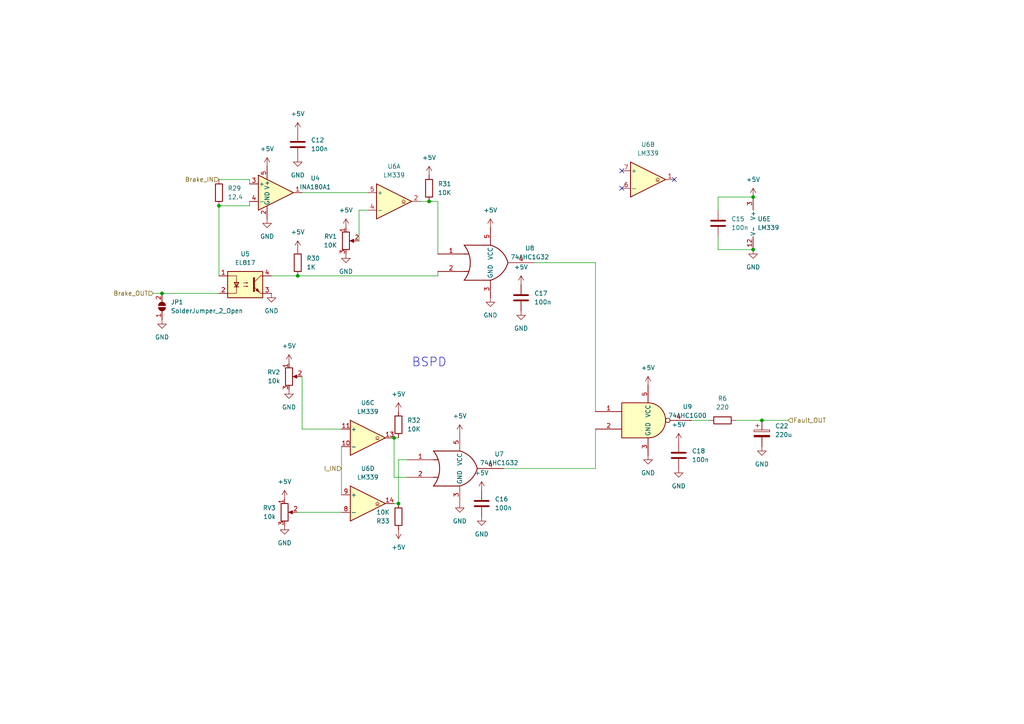
<source format=kicad_sch>
(kicad_sch (version 20231120) (generator "eeschema") (generator_version "8.0")
  (paper "A4")
  (lib_symbols
    (symbol "74xGxx:74AHC1G00"
      (property "Reference" "U" (at -2.54 3.81 0))
      (property "Value" "74AHC1G00" (at 0 -3.81 0))
      (symbol "74AHC1G00_0_1"
        (arc (start 0 -5.08) (mid 5.0579 0) (end 0 5.08) (stroke (width 0.254)) (fill (type background)))
        (polyline (pts (xy 0 -5.08) (xy -7.62 -5.08) (xy -7.62 5.08) (xy 0 5.08)) (stroke (width 0.254)) (fill (type background)))
      )
      (symbol "74AHC1G00_1_1"
        (pin input line (at -15.24 2.54 0) (length 7.62) (name "~") (number "1"))
        (pin input line (at -15.24 -2.54 0) (length 7.62) (name "~") (number "2"))
        (pin power_in line (at 0 -10.16 90) (length 5.08) (name "GND") (number "3"))
        (pin output inverted (at 12.7 0 180) (length 7.62) (name "~") (number "4"))
        (pin power_in line (at 0 10.16 270) (length 5.08) (name "VCC") (number "5"))
      )
    )
    (symbol "74xGxx:74AHC1G32"
      (property "Reference" "U" (at -2.54 3.81 0))
      (property "Value" "74AHC1G32" (at 0 -3.81 0))
      (symbol "74AHC1G32_0_1"
        (arc (start -7.62 -5.08) (mid -5.838 0) (end -7.62 5.08) (stroke (width 0.254)))
        (arc (start 0 -5.08) (mid 3.1986 -3.2054) (end 5.08 0) (stroke (width 0.254)))
        (polyline (pts (xy -7.62 -2.54) (xy -6.35 -2.54)) (stroke (width 0.254)) (fill (type background)))
        (polyline (pts (xy -7.62 2.54) (xy -6.35 2.54)) (stroke (width 0.254)) (fill (type background)))
        (polyline (pts (xy 0 -5.08) (xy -7.62 -5.08)) (stroke (width 0.254)) (fill (type background)))
        (polyline (pts (xy 0 5.08) (xy -7.62 5.08)) (stroke (width 0.254)) (fill (type background)))
        (arc (start 5.08 0) (mid 3.2238 3.2304) (end 0 5.08) (stroke (width 0.254)))
      )
      (symbol "74AHC1G32_1_1"
        (pin input line (at -15.24 2.54 0) (length 7.62) (name "~") (number "1"))
        (pin input line (at -15.24 -2.54 0) (length 7.62) (name "~") (number "2"))
        (pin power_in line (at 0 -10.16 90) (length 5.08) (name "GND") (number "3"))
        (pin output line (at 12.7 0 180) (length 7.62) (name "~") (number "4"))
        (pin power_in line (at 0 10.16 270) (length 5.08) (name "VCC") (number "5"))
      )
    )
    (symbol "Amplifier_Current:INA180A1" (pin_names (offset 0.127))
      (property "Reference" "U" (at 3.81 3.81 0))
      (property "Value" "INA180A1" (at 3.81 -2.54 0))
      (symbol "INA180A1_0_1"
        (polyline (pts (xy 5.08 0) (xy -5.08 5.08) (xy -5.08 -5.08) (xy 5.08 0)) (stroke (width 0.254)) (fill (type background)))
      )
      (symbol "INA180A1_1_1"
        (pin output line (at 7.62 0 180) (length 2.54) (name "~") (number "1"))
        (pin power_in line (at -2.54 -7.62 90) (length 3.81) (name "GND") (number "2"))
        (pin input line (at -7.62 2.54 0) (length 2.54) (name "+") (number "3"))
        (pin input line (at -7.62 -2.54 0) (length 2.54) (name "-") (number "4"))
        (pin power_in line (at -2.54 7.62 270) (length 3.81) (name "V+") (number "5"))
      )
    )
    (symbol "Comparator:LM339" (pin_names (offset 0.127))
      (property "Reference" "U" (at 0 5.08 0))
      (property "Value" "LM339" (at 0 -5.08 0))
      (symbol "LM339_1_1"
        (polyline (pts (xy -5.08 5.08) (xy 5.08 0) (xy -5.08 -5.08) (xy -5.08 5.08)) (stroke (width 0.254)) (fill (type background)))
        (polyline (pts (xy 3.302 -0.508) (xy 2.794 -0.508) (xy 3.302 0) (xy 2.794 0.508) (xy 2.286 0) (xy 2.794 -0.508) (xy 2.286 -0.508)) (stroke (width 0.127)))
        (pin open_collector line (at 7.62 0 180) (length 2.54) (name "~") (number "2"))
        (pin input line (at -7.62 -2.54 0) (length 2.54) (name "-") (number "4"))
        (pin input line (at -7.62 2.54 0) (length 2.54) (name "+") (number "5"))
      )
      (symbol "LM339_2_1"
        (polyline (pts (xy -5.08 5.08) (xy 5.08 0) (xy -5.08 -5.08) (xy -5.08 5.08)) (stroke (width 0.254)) (fill (type background)))
        (polyline (pts (xy 3.302 -0.508) (xy 2.794 -0.508) (xy 3.302 0) (xy 2.794 0.508) (xy 2.286 0) (xy 2.794 -0.508) (xy 2.286 -0.508)) (stroke (width 0.127)))
        (pin open_collector line (at 7.62 0 180) (length 2.54) (name "~") (number "1"))
        (pin input line (at -7.62 -2.54 0) (length 2.54) (name "-") (number "6"))
        (pin input line (at -7.62 2.54 0) (length 2.54) (name "+") (number "7"))
      )
      (symbol "LM339_3_1"
        (polyline (pts (xy -5.08 5.08) (xy 5.08 0) (xy -5.08 -5.08) (xy -5.08 5.08)) (stroke (width 0.254)) (fill (type background)))
        (polyline (pts (xy 3.302 -0.508) (xy 2.794 -0.508) (xy 3.302 0) (xy 2.794 0.508) (xy 2.286 0) (xy 2.794 -0.508) (xy 2.286 -0.508)) (stroke (width 0.127)))
        (pin input line (at -7.62 -2.54 0) (length 2.54) (name "-") (number "10"))
        (pin input line (at -7.62 2.54 0) (length 2.54) (name "+") (number "11"))
        (pin open_collector line (at 7.62 0 180) (length 2.54) (name "~") (number "13"))
      )
      (symbol "LM339_4_1"
        (polyline (pts (xy -5.08 5.08) (xy 5.08 0) (xy -5.08 -5.08) (xy -5.08 5.08)) (stroke (width 0.254)) (fill (type background)))
        (polyline (pts (xy 3.302 -0.508) (xy 2.794 -0.508) (xy 3.302 0) (xy 2.794 0.508) (xy 2.286 0) (xy 2.794 -0.508) (xy 2.286 -0.508)) (stroke (width 0.127)))
        (pin open_collector line (at 7.62 0 180) (length 2.54) (name "~") (number "14"))
        (pin input line (at -7.62 -2.54 0) (length 2.54) (name "-") (number "8"))
        (pin input line (at -7.62 2.54 0) (length 2.54) (name "+") (number "9"))
      )
      (symbol "LM339_5_1"
        (pin power_in line (at -2.54 -7.62 90) (length 3.81) (name "V-") (number "12"))
        (pin power_in line (at -2.54 7.62 270) (length 3.81) (name "V+") (number "3"))
      )
    )
    (symbol "Device:C" (pin_numbers hide) (pin_names (offset 0.254))
      (property "Reference" "C" (at 0.635 2.54 0))
      (property "Value" "C" (at 0.635 -2.54 0))
      (symbol "C_0_1"
        (polyline (pts (xy -2.032 -0.762) (xy 2.032 -0.762)) (stroke (width 0.508)))
        (polyline (pts (xy -2.032 0.762) (xy 2.032 0.762)) (stroke (width 0.508)))
      )
      (symbol "C_1_1"
        (pin passive line (at 0 3.81 270) (length 2.794) (name "~") (number "1"))
        (pin passive line (at 0 -3.81 90) (length 2.794) (name "~") (number "2"))
      )
    )
    (symbol "Device:C_Polarized" (pin_numbers hide) (pin_names (offset 0.254))
      (property "Reference" "C" (at 0.635 2.54 0))
      (property "Value" "C_Polarized" (at 0.635 -2.54 0))
      (symbol "C_Polarized_0_1"
        (rectangle (start -2.286 0.508) (end 2.286 1.016))
        (polyline (pts (xy -1.778 2.286) (xy -0.762 2.286)))
        (polyline (pts (xy -1.27 2.794) (xy -1.27 1.778)))
        (rectangle (start 2.286 -0.508) (end -2.286 -1.016) (fill (type outline)))
      )
      (symbol "C_Polarized_1_1"
        (pin passive line (at 0 3.81 270) (length 2.794) (name "~") (number "1"))
        (pin passive line (at 0 -3.81 90) (length 2.794) (name "~") (number "2"))
      )
    )
    (symbol "Device:R" (pin_numbers hide) (pin_names (offset 0))
      (property "Reference" "R" (at 2.032 0 90))
      (property "Value" "R" (at 0 0 90))
      (symbol "R_0_1"
        (rectangle (start -1.016 -2.54) (end 1.016 2.54) (stroke (width 0.254)))
      )
      (symbol "R_1_1"
        (pin passive line (at 0 3.81 270) (length 1.27) (name "~") (number "1"))
        (pin passive line (at 0 -3.81 90) (length 1.27) (name "~") (number "2"))
      )
    )
    (symbol "Device:R_Potentiometer" (pin_names (offset 1.016) hide)
      (property "Reference" "RV" (at -4.445 0 90))
      (property "Value" "R_Potentiometer" (at -2.54 0 90))
      (symbol "R_Potentiometer_0_1"
        (polyline (pts (xy 2.54 0) (xy 1.524 0)))
        (polyline (pts (xy 1.143 0) (xy 2.286 0.508) (xy 2.286 -0.508) (xy 1.143 0)) (fill (type outline)))
        (rectangle (start 1.016 2.54) (end -1.016 -2.54) (stroke (width 0.254)))
      )
      (symbol "R_Potentiometer_1_1"
        (pin passive line (at 0 3.81 270) (length 1.27) (name "1") (number "1"))
        (pin passive line (at 3.81 0 180) (length 1.27) (name "2") (number "2"))
        (pin passive line (at 0 -3.81 90) (length 1.27) (name "3") (number "3"))
      )
    )
    (symbol "Isolator:EL817" (pin_names (offset 1.016))
      (property "Reference" "U" (at -5.08 5.08 0))
      (property "Value" "EL817" (at 0 5.08 0))
      (symbol "EL817_0_1"
        (rectangle (start -5.08 3.81) (end 5.08 -3.81) (stroke (width 0.254)) (fill (type background)))
        (polyline (pts (xy -3.175 -0.635) (xy -1.905 -0.635)) (stroke (width 0.254)))
        (polyline (pts (xy 2.54 0.635) (xy 4.445 2.54)))
        (polyline (pts (xy 4.445 -2.54) (xy 2.54 -0.635)) (fill (type outline)))
        (polyline (pts (xy 4.445 -2.54) (xy 5.08 -2.54)))
        (polyline (pts (xy 4.445 2.54) (xy 5.08 2.54)))
        (polyline (pts (xy -5.08 2.54) (xy -2.54 2.54) (xy -2.54 -0.635)))
        (polyline (pts (xy -2.54 -0.635) (xy -2.54 -2.54) (xy -5.08 -2.54)))
        (polyline (pts (xy 2.54 1.905) (xy 2.54 -1.905) (xy 2.54 -1.905)) (stroke (width 0.508)))
        (polyline (pts (xy -2.54 -0.635) (xy -3.175 0.635) (xy -1.905 0.635) (xy -2.54 -0.635)) (stroke (width 0.254)))
        (polyline (pts (xy -0.508 -0.508) (xy 0.762 -0.508) (xy 0.381 -0.635) (xy 0.381 -0.381) (xy 0.762 -0.508)))
        (polyline (pts (xy -0.508 0.508) (xy 0.762 0.508) (xy 0.381 0.381) (xy 0.381 0.635) (xy 0.762 0.508)))
        (polyline (pts (xy 3.048 -1.651) (xy 3.556 -1.143) (xy 4.064 -2.159) (xy 3.048 -1.651) (xy 3.048 -1.651)) (fill (type outline)))
      )
      (symbol "EL817_1_1"
        (pin passive line (at -7.62 2.54 0) (length 2.54) (name "~") (number "1"))
        (pin passive line (at -7.62 -2.54 0) (length 2.54) (name "~") (number "2"))
        (pin passive line (at 7.62 -2.54 180) (length 2.54) (name "~") (number "3"))
        (pin passive line (at 7.62 2.54 180) (length 2.54) (name "~") (number "4"))
      )
    )
    (symbol "Jumper:SolderJumper_2_Open" (pin_names (offset 0) hide)
      (property "Reference" "JP" (at 0 2.032 0))
      (property "Value" "SolderJumper_2_Open" (at 0 -2.54 0))
      (symbol "SolderJumper_2_Open_0_1"
        (arc (start -0.254 1.016) (mid -1.2656 0) (end -0.254 -1.016))
        (arc (start -0.254 1.016) (mid -1.2656 0) (end -0.254 -1.016) (fill (type outline)))
        (polyline (pts (xy -0.254 1.016) (xy -0.254 -1.016)))
        (polyline (pts (xy 0.254 1.016) (xy 0.254 -1.016)))
        (arc (start 0.254 -1.016) (mid 1.2656 0) (end 0.254 1.016))
        (arc (start 0.254 -1.016) (mid 1.2656 0) (end 0.254 1.016) (fill (type outline)))
      )
      (symbol "SolderJumper_2_Open_1_1"
        (pin passive line (at -3.81 0 0) (length 2.54) (name "A") (number "1"))
        (pin passive line (at 3.81 0 180) (length 2.54) (name "B") (number "2"))
      )
    )
    (symbol "power:+5V" (power) (pin_names (offset 0))
      (property "Value" "+5V" (at 0 3.556 0))
      (symbol "+5V_0_1"
        (polyline (pts (xy -0.762 1.27) (xy 0 2.54)))
        (polyline (pts (xy 0 0) (xy 0 2.54)))
        (polyline (pts (xy 0 2.54) (xy 0.762 1.27)))
      )
      (symbol "+5V_1_1"
        (pin power_in line (at 0 0 90) (length 0) hide (name "+5V") (number "1"))
      )
    )
    (symbol "power:GND" (power) (pin_names (offset 0))
      (property "Value" "GND" (at 0 -3.81 0))
      (symbol "GND_0_1"
        (polyline (pts (xy 0 0) (xy 0 -1.27) (xy 1.27 -1.27) (xy 0 -2.54) (xy -1.27 -1.27) (xy 0 -1.27)))
      )
      (symbol "GND_1_1"
        (pin power_in line (at 0 0 270) (length 0) hide (name "GND") (number "1"))
      )
    )
  )
  (junction (at 114.3 127))
  (junction (at 46.99 85.09))
  (junction (at 124.46 58.42))
  (junction (at 220.98 121.92))
  (junction (at 63.5 59.69))
  (junction (at 86.36 80.01))
  (junction (at 115.57 146.05))
  (junction (at 218.44 72.39))
  (junction (at 218.44 57.15))
  (no_connect (at 180.34 49.53))
  (no_connect (at 195.58 52.07))
  (no_connect (at 180.34 54.61))
  (wire (pts (xy 118.11 138.43) (xy 114.3 138.43)))
  (wire (pts (xy 208.28 68.58) (xy 208.28 72.39)))
  (wire (pts (xy 63.5 59.69) (xy 72.39 59.69)))
  (wire (pts (xy 114.3 138.43) (xy 114.3 127)))
  (wire (pts (xy 200.66 121.92) (xy 205.74 121.92)))
  (wire (pts (xy 104.14 60.96) (xy 106.68 60.96)))
  (wire (pts (xy 127 58.42) (xy 124.46 58.42)))
  (wire (pts (xy 78.74 80.01) (xy 86.36 80.01)))
  (wire (pts (xy 127 78.74) (xy 127 80.01)))
  (wire (pts (xy 115.57 127) (xy 114.3 127)))
  (wire (pts (xy 208.28 57.15) (xy 218.44 57.15)))
  (wire (pts (xy 87.63 109.22) (xy 87.63 124.46)))
  (wire (pts (xy 172.72 76.2) (xy 154.94 76.2)))
  (wire (pts (xy 104.14 69.85) (xy 104.14 60.96)))
  (wire (pts (xy 208.28 60.96) (xy 208.28 57.15)))
  (wire (pts (xy 44.45 85.09) (xy 46.99 85.09)))
  (wire (pts (xy 63.5 59.69) (xy 63.5 80.01)))
  (wire (pts (xy 220.98 121.92) (xy 228.6 121.92)))
  (wire (pts (xy 72.39 59.69) (xy 72.39 58.42)))
  (wire (pts (xy 208.28 72.39) (xy 218.44 72.39)))
  (wire (pts (xy 172.72 124.46) (xy 172.72 135.89)))
  (wire (pts (xy 63.5 52.07) (xy 72.39 52.07)))
  (wire (pts (xy 87.63 55.88) (xy 106.68 55.88)))
  (wire (pts (xy 86.36 80.01) (xy 127 80.01)))
  (wire (pts (xy 172.72 135.89) (xy 146.05 135.89)))
  (wire (pts (xy 99.06 148.59) (xy 86.36 148.59)))
  (wire (pts (xy 72.39 52.07) (xy 72.39 53.34)))
  (wire (pts (xy 46.99 85.09) (xy 63.5 85.09)))
  (wire (pts (xy 99.06 129.54) (xy 99.06 143.51)))
  (wire (pts (xy 115.57 146.05) (xy 114.3 146.05)))
  (wire (pts (xy 172.72 119.38) (xy 172.72 76.2)))
  (wire (pts (xy 87.63 124.46) (xy 99.06 124.46)))
  (wire (pts (xy 118.11 133.35) (xy 115.57 133.35)))
  (wire (pts (xy 115.57 133.35) (xy 115.57 146.05)))
  (wire (pts (xy 213.36 121.92) (xy 220.98 121.92)))
  (wire (pts (xy 127 73.66) (xy 127 58.42)))
  (wire (pts (xy 124.46 58.42) (xy 121.92 58.42)))
  (text "BSPD" (at 119.38 106.68 0) (effects (font (size 2.54 2.54)) (justify left bottom)))
  (hierarchical_label "Brake_OUT" (shape input) (at 44.45 85.09 180))
  (hierarchical_label "I_IN" (shape input) (at 99.06 135.89 180))
  (hierarchical_label "Fault_OUT" (shape input) (at 228.6 121.92 0))
  (hierarchical_label "Brake_IN" (shape input) (at 63.5 52.07 180))
  (symbol (lib_id "74xGxx:74AHC1G32") (at 133.35 135.89 0) (unit 1)
    (property "Reference" "U7" (at 144.78 131.6991 0))
    (property "Value" "74AHC1G32" (at 144.78 134.2391 0))
    (property "Footprint" "Package_TO_SOT_SMD:SOT-23-5" (effects (hide yes)))
    (property "Datasheet" "http://www.ti.com/lit/sg/scyt129e/scyt129e.pdf" (effects (hide yes)))
  )
  (symbol (lib_id "power:+5V") (at 86.36 72.39 0) (unit 1)
    (property "Reference" "#PWR063" (effects (hide yes)))
    (property "Value" "+5V" (at 86.36 67.31 0))
    (instances (project "SC_Board" (path "" (reference "#PWR063") (unit 1))) (project "BMS_MASTER_STM32F105RC" (path "" (reference "#PWR026") (unit 1))))
  )
  (symbol (lib_id "power:+5V") (at 151.13 82.55 0) (unit 1)
    (property "Reference" "#PWR078" (effects (hide yes)))
    (property "Value" "+5V" (at 151.13 77.47 0))
    (instances (project "SC_Board" (path "" (reference "#PWR078") (unit 1))) (project "BMS_MASTER_STM32F105RC" (path "" (reference "#PWR026") (unit 1))))
  )
  (symbol (lib_id "power:GND") (at 196.85 135.89 0) (unit 1)
    (property "Reference" "#PWR083" (effects (hide yes)))
    (property "Value" "GND" (at 196.85 140.97 0))
    (instances (project "SC_Board" (path "" (reference "#PWR083") (unit 1))) (project "BMS_MASTER_STM32F105RC" (path "" (reference "#PWR080") (unit 1))))
  )
  (symbol (lib_id "Device:R") (at 86.36 76.2 0) (unit 1)
    (property "Reference" "R30" (at 88.9 74.93 0) (effects (justify left)))
    (property "Value" "1K" (at 88.9 77.47 0) (effects (justify left)))
    (property "Footprint" "Resistor_SMD:R_0805_2012Metric" (effects (hide yes)))
  )
  (symbol (lib_id "Device:R") (at 124.46 54.61 0) (unit 1)
    (property "Reference" "R31" (at 127 53.34 0) (effects (justify left)))
    (property "Value" "10K" (at 127 55.88 0) (effects (justify left)))
    (property "Footprint" "Resistor_SMD:R_0805_2012Metric" (effects (hide yes)))
  )
  (symbol (lib_id "power:GND") (at 133.35 146.05 0) (unit 1)
    (property "Reference" "#PWR073" (effects (hide yes)))
    (property "Value" "GND" (at 133.35 151.13 0))
    (instances (project "SC_Board" (path "" (reference "#PWR073") (unit 1))) (project "BMS_MASTER_STM32F105RC" (path "" (reference "#PWR080") (unit 1))))
  )
  (symbol (lib_id "power:+5V") (at 142.24 66.04 0) (unit 1)
    (property "Reference" "#PWR076" (effects (hide yes)))
    (property "Value" "+5V" (at 142.24 60.96 0))
    (instances (project "SC_Board" (path "" (reference "#PWR076") (unit 1))) (project "BMS_MASTER_STM32F105RC" (path "" (reference "#PWR026") (unit 1))))
  )
  (symbol (lib_id "power:GND") (at 86.36 45.72 0) (unit 1)
    (property "Reference" "#PWR099" (effects (hide yes)))
    (property "Value" "GND" (at 86.36 50.8 0))
    (instances (project "SC_Board" (path "" (reference "#PWR099") (unit 1))) (project "BMS_MASTER_STM32F105RC" (path "" (reference "#PWR080") (unit 1))))
  )
  (symbol (lib_id "Isolator:EL817") (at 71.12 82.55 0) (unit 1)
    (property "Reference" "U5" (at 71.12 73.66 0))
    (property "Value" "EL817" (at 71.12 76.2 0))
    (property "Footprint" "Package_DIP:DIP-4_W7.62mm" (effects (hide yes)))
    (property "Datasheet" "http://www.everlight.com/file/ProductFile/EL817.pdf" (effects (hide yes)))
  )
  (symbol (lib_id "Jumper:SolderJumper_2_Open") (at 46.99 88.9 90) (unit 1)
    (property "Reference" "JP1" (at 49.53 87.63 90) (effects (justify right)))
    (property "Value" "SolderJumper_2_Open" (at 49.53 90.17 90) (effects (justify right)))
    (property "Footprint" "Jumper:SolderJumper-2_P1.3mm_Open_RoundedPad1.0x1.5mm" (effects (hide yes)))
  )
  (symbol (lib_id "power:+5V") (at 187.96 111.76 0) (unit 1)
    (property "Reference" "#PWR080" (effects (hide yes)))
    (property "Value" "+5V" (at 187.96 106.68 0))
    (instances (project "SC_Board" (path "" (reference "#PWR080") (unit 1))) (project "BMS_MASTER_STM32F105RC" (path "" (reference "#PWR026") (unit 1))))
  )
  (symbol (lib_id "Device:C") (at 208.28 64.77 0) (unit 1)
    (property "Reference" "C15" (at 212.09 63.5 0) (effects (justify left)))
    (property "Value" "100n" (at 212.09 66.04 0) (effects (justify left)))
    (property "Footprint" "Capacitor_SMD:C_0805_2012Metric" (effects (hide yes)))
  )
  (symbol (lib_id "power:GND") (at 151.13 90.17 0) (unit 1)
    (property "Reference" "#PWR079" (effects (hide yes)))
    (property "Value" "GND" (at 151.13 95.25 0))
    (instances (project "SC_Board" (path "" (reference "#PWR079") (unit 1))) (project "BMS_MASTER_STM32F105RC" (path "" (reference "#PWR080") (unit 1))))
  )
  (symbol (lib_id "power:GND") (at 187.96 132.08 0) (unit 1)
    (property "Reference" "#PWR081" (effects (hide yes)))
    (property "Value" "GND" (at 187.96 137.16 0))
    (instances (project "SC_Board" (path "" (reference "#PWR081") (unit 1))) (project "BMS_MASTER_STM32F105RC" (path "" (reference "#PWR080") (unit 1))))
  )
  (symbol (lib_id "power:+5V") (at 83.82 105.41 0) (unit 1)
    (property "Reference" "#PWR066" (effects (hide yes)))
    (property "Value" "+5V" (at 83.82 100.33 0))
    (instances (project "SC_Board" (path "" (reference "#PWR066") (unit 1))) (project "BMS_MASTER_STM32F105RC" (path "" (reference "#PWR026") (unit 1))))
  )
  (symbol (lib_id "Device:R_Potentiometer") (at 83.82 109.22 0) (unit 1)
    (property "Reference" "RV2" (at 81.28 107.95 0) (effects (justify right)))
    (property "Value" "10k" (at 81.28 110.49 0) (effects (justify right)))
    (property "Footprint" "PCM_Potentiometer_THT_AKL:Potentiometer_Bourns_3266W_Vertical" (effects (hide yes)))
  )
  (symbol (lib_id "Amplifier_Current:INA180A1") (at 80.01 55.88 0) (unit 1)
    (property "Reference" "U4" (at 91.44 51.6891 0))
    (property "Value" "INA180A1" (at 91.44 54.2291 0))
    (property "Footprint" "Package_TO_SOT_SMD:SOT-23-5" (effects (hide yes)))
    (property "Datasheet" "http://www.ti.com/lit/ds/symlink/ina180.pdf" (effects (hide yes)))
  )
  (symbol (lib_id "Device:C_Polarized") (at 220.98 125.73 0) (unit 1)
    (property "Reference" "C22" (at 224.79 123.571 0) (effects (justify left)))
    (property "Value" "220u" (at 224.79 126.111 0) (effects (justify left)))
    (property "Footprint" "Capacitor_SMD:CP_Elec_6.3x4.9" (effects (hide yes)))
  )
  (symbol (lib_id "Device:R_Potentiometer") (at 82.55 148.59 0) (unit 1)
    (property "Reference" "RV3" (at 80.01 147.32 0) (effects (justify right)))
    (property "Value" "10k" (at 80.01 149.86 0) (effects (justify right)))
    (property "Footprint" "PCM_Potentiometer_THT_AKL:Potentiometer_Bourns_3266W_Vertical" (effects (hide yes)))
  )
  (symbol (lib_id "power:GND") (at 46.99 92.71 0) (unit 1)
    (property "Reference" "#PWR0100" (effects (hide yes)))
    (property "Value" "GND" (at 46.99 97.79 0))
    (instances (project "SC_Board" (path "" (reference "#PWR0100") (unit 1))) (project "BMS_MASTER_STM32F105RC" (path "" (reference "#PWR080") (unit 1))))
  )
  (symbol (lib_id "Device:C") (at 151.13 86.36 0) (unit 1)
    (property "Reference" "C17" (at 154.94 85.09 0) (effects (justify left)))
    (property "Value" "100n" (at 154.94 87.63 0) (effects (justify left)))
    (property "Footprint" "Capacitor_SMD:C_0805_2012Metric" (effects (hide yes)))
  )
  (symbol (lib_id "Device:R") (at 115.57 149.86 180) (unit 1)
    (property "Reference" "R33" (at 113.03 151.13 0) (effects (justify left)))
    (property "Value" "10K" (at 113.03 148.59 0) (effects (justify left)))
    (property "Footprint" "Resistor_SMD:R_0805_2012Metric" (effects (hide yes)))
  )
  (symbol (lib_id "Comparator:LM339") (at 106.68 146.05 0) (unit 4)
    (property "Reference" "U6" (at 106.68 135.89 0))
    (property "Value" "LM339" (at 106.68 138.43 0))
    (property "Footprint" "Package_SO:SOIC-14_3.9x8.7mm_P1.27mm" (effects (hide yes)))
    (property "Datasheet" "https://www.st.com/resource/en/datasheet/lm139.pdf" (effects (hide yes)))
  )
  (symbol (lib_id "power:GND") (at 82.55 152.4 0) (unit 1)
    (property "Reference" "#PWR069" (effects (hide yes)))
    (property "Value" "GND" (at 82.55 157.48 0))
    (instances (project "SC_Board" (path "" (reference "#PWR069") (unit 1))) (project "BMS_MASTER_STM32F105RC" (path "" (reference "#PWR080") (unit 1))))
  )
  (symbol (lib_id "power:+5V") (at 139.7 142.24 0) (unit 1)
    (property "Reference" "#PWR074" (effects (hide yes)))
    (property "Value" "+5V" (at 139.7 137.16 0))
    (instances (project "SC_Board" (path "" (reference "#PWR074") (unit 1))) (project "BMS_MASTER_STM32F105RC" (path "" (reference "#PWR026") (unit 1))))
  )
  (symbol (lib_id "Device:C") (at 139.7 146.05 0) (unit 1)
    (property "Reference" "C16" (at 143.51 144.78 0) (effects (justify left)))
    (property "Value" "100n" (at 143.51 147.32 0) (effects (justify left)))
    (property "Footprint" "Capacitor_SMD:C_0805_2012Metric" (effects (hide yes)))
  )
  (symbol (lib_id "power:+5V") (at 124.46 50.8 0) (unit 1)
    (property "Reference" "#PWR065" (effects (hide yes)))
    (property "Value" "+5V" (at 124.46 45.72 0))
    (instances (project "SC_Board" (path "" (reference "#PWR065") (unit 1))) (project "BMS_MASTER_STM32F105RC" (path "" (reference "#PWR026") (unit 1))))
  )
  (symbol (lib_id "power:GND") (at 83.82 113.03 0) (unit 1)
    (property "Reference" "#PWR067" (effects (hide yes)))
    (property "Value" "GND" (at 83.82 118.11 0))
    (instances (project "SC_Board" (path "" (reference "#PWR067") (unit 1))) (project "BMS_MASTER_STM32F105RC" (path "" (reference "#PWR080") (unit 1))))
  )
  (symbol (lib_id "74xGxx:74AHC1G00") (at 187.96 121.92 0) (unit 1)
    (property "Reference" "U9" (at 199.39 117.9831 0))
    (property "Value" "74AHC1G00" (at 199.39 120.5231 0))
    (property "Footprint" "Package_TO_SOT_SMD:SOT-23-5" (effects (hide yes)))
    (property "Datasheet" "http://www.ti.com/lit/sg/scyt129e/scyt129e.pdf" (effects (hide yes)))
  )
  (symbol (lib_id "Comparator:LM339") (at 187.96 52.07 0) (unit 2)
    (property "Reference" "U6" (at 187.96 41.91 0))
    (property "Value" "LM339" (at 187.96 44.45 0))
    (property "Footprint" "Package_SO:SOIC-14_3.9x8.7mm_P1.27mm" (effects (hide yes)))
    (property "Datasheet" "https://www.st.com/resource/en/datasheet/lm139.pdf" (effects (hide yes)))
  )
  (symbol (lib_id "power:GND") (at 142.24 86.36 0) (unit 1)
    (property "Reference" "#PWR077" (effects (hide yes)))
    (property "Value" "GND" (at 142.24 91.44 0))
    (instances (project "SC_Board" (path "" (reference "#PWR077") (unit 1))) (project "BMS_MASTER_STM32F105RC" (path "" (reference "#PWR080") (unit 1))))
  )
  (symbol (lib_id "Comparator:LM339") (at 220.98 64.77 0) (unit 5)
    (property "Reference" "U6" (at 219.71 63.5 0) (effects (justify left)))
    (property "Value" "LM339" (at 219.71 66.04 0) (effects (justify left)))
    (property "Footprint" "Package_SO:SOIC-14_3.9x8.7mm_P1.27mm" (effects (hide yes)))
    (property "Datasheet" "https://www.st.com/resource/en/datasheet/lm139.pdf" (effects (hide yes)))
  )
  (symbol (lib_id "Device:R") (at 63.5 55.88 0) (unit 1)
    (property "Reference" "R29" (at 66.04 54.61 0) (effects (justify left)))
    (property "Value" "12.4" (at 66.04 57.15 0) (effects (justify left)))
    (property "Footprint" "Resistor_SMD:R_0805_2012Metric" (effects (hide yes)))
  )
  (symbol (lib_id "74xGxx:74AHC1G32") (at 142.24 76.2 0) (unit 1)
    (property "Reference" "U8" (at 153.67 72.0091 0))
    (property "Value" "74AHC1G32" (at 153.67 74.5491 0))
    (property "Footprint" "Package_TO_SOT_SMD:SOT-23-5" (effects (hide yes)))
    (property "Datasheet" "http://www.ti.com/lit/sg/scyt129e/scyt129e.pdf" (effects (hide yes)))
  )
  (symbol (lib_id "power:GND") (at 100.33 73.66 0) (unit 1)
    (property "Reference" "#PWR062" (effects (hide yes)))
    (property "Value" "GND" (at 100.33 78.74 0))
    (instances (project "SC_Board" (path "" (reference "#PWR062") (unit 1))) (project "BMS_MASTER_STM32F105RC" (path "" (reference "#PWR080") (unit 1))))
  )
  (symbol (lib_id "power:+5V") (at 115.57 119.38 0) (unit 1)
    (property "Reference" "#PWR070" (effects (hide yes)))
    (property "Value" "+5V" (at 115.57 114.3 0))
    (instances (project "SC_Board" (path "" (reference "#PWR070") (unit 1))) (project "BMS_MASTER_STM32F105RC" (path "" (reference "#PWR026") (unit 1))))
  )
  (symbol (lib_id "Comparator:LM339") (at 114.3 58.42 0) (unit 1)
    (property "Reference" "U6" (at 114.3 48.26 0))
    (property "Value" "LM339" (at 114.3 50.8 0))
    (property "Footprint" "Package_SO:SOIC-14_3.9x8.7mm_P1.27mm" (effects (hide yes)))
    (property "Datasheet" "https://www.st.com/resource/en/datasheet/lm139.pdf" (effects (hide yes)))
  )
  (symbol (lib_id "Device:R_Potentiometer") (at 100.33 69.85 0) (unit 1)
    (property "Reference" "RV1" (at 97.79 68.58 0) (effects (justify right)))
    (property "Value" "10K" (at 97.79 71.12 0) (effects (justify right)))
    (property "Footprint" "PCM_Potentiometer_THT_AKL:Potentiometer_Bourns_3266W_Vertical" (effects (hide yes)))
  )
  (symbol (lib_id "power:+5V") (at 100.33 66.04 0) (unit 1)
    (property "Reference" "#PWR061" (effects (hide yes)))
    (property "Value" "+5V" (at 100.33 60.96 0))
    (instances (project "SC_Board" (path "" (reference "#PWR061") (unit 1))) (project "BMS_MASTER_STM32F105RC" (path "" (reference "#PWR026") (unit 1))))
  )
  (symbol (lib_id "power:GND") (at 218.44 72.39 0) (unit 1)
    (property "Reference" "#PWR060" (effects (hide yes)))
    (property "Value" "GND" (at 218.44 77.47 0))
    (instances (project "SC_Board" (path "" (reference "#PWR060") (unit 1))) (project "BMS_MASTER_STM32F105RC" (path "" (reference "#PWR080") (unit 1))))
  )
  (symbol (lib_id "Device:C") (at 86.36 41.91 0) (unit 1)
    (property "Reference" "C12" (at 90.17 40.64 0) (effects (justify left)))
    (property "Value" "100n" (at 90.17 43.18 0) (effects (justify left)))
    (property "Footprint" "Capacitor_SMD:C_0805_2012Metric" (effects (hide yes)))
  )
  (symbol (lib_id "power:GND") (at 78.74 85.09 0) (unit 1)
    (property "Reference" "#PWR064" (effects (hide yes)))
    (property "Value" "GND" (at 78.74 90.17 0))
    (instances (project "SC_Board" (path "" (reference "#PWR064") (unit 1))) (project "BMS_MASTER_STM32F105RC" (path "" (reference "#PWR080") (unit 1))))
  )
  (symbol (lib_id "power:+5V") (at 115.57 153.67 180) (unit 1)
    (property "Reference" "#PWR071" (effects (hide yes)))
    (property "Value" "+5V" (at 115.57 158.75 0))
    (instances (project "SC_Board" (path "" (reference "#PWR071") (unit 1))) (project "BMS_MASTER_STM32F105RC" (path "" (reference "#PWR026") (unit 1))))
  )
  (symbol (lib_id "power:GND") (at 220.98 129.54 0) (unit 1)
    (property "Reference" "#PWR0101" (effects (hide yes)))
    (property "Value" "GND" (at 220.98 134.62 0))
    (instances (project "SC_Board" (path "" (reference "#PWR0101") (unit 1))) (project "BMS_MASTER_STM32F105RC" (path "" (reference "#PWR080") (unit 1))))
  )
  (symbol (lib_id "power:+5V") (at 77.47 48.26 0) (unit 1)
    (property "Reference" "#PWR057" (effects (hide yes)))
    (property "Value" "+5V" (at 77.47 43.18 0))
    (instances (project "SC_Board" (path "" (reference "#PWR057") (unit 1))) (project "BMS_MASTER_STM32F105RC" (path "" (reference "#PWR026") (unit 1))))
  )
  (symbol (lib_id "power:+5V") (at 82.55 144.78 0) (unit 1)
    (property "Reference" "#PWR068" (effects (hide yes)))
    (property "Value" "+5V" (at 82.55 139.7 0))
    (instances (project "SC_Board" (path "" (reference "#PWR068") (unit 1))) (project "BMS_MASTER_STM32F105RC" (path "" (reference "#PWR026") (unit 1))))
  )
  (symbol (lib_id "power:+5V") (at 218.44 57.15 0) (unit 1)
    (property "Reference" "#PWR059" (effects (hide yes)))
    (property "Value" "+5V" (at 218.44 52.07 0))
    (instances (project "SC_Board" (path "" (reference "#PWR059") (unit 1))) (project "BMS_MASTER_STM32F105RC" (path "" (reference "#PWR026") (unit 1))))
  )
  (symbol (lib_id "Comparator:LM339") (at 106.68 127 0) (unit 3)
    (property "Reference" "U6" (at 106.68 116.84 0))
    (property "Value" "LM339" (at 106.68 119.38 0))
    (property "Footprint" "Package_SO:SOIC-14_3.9x8.7mm_P1.27mm" (effects (hide yes)))
    (property "Datasheet" "https://www.st.com/resource/en/datasheet/lm139.pdf" (effects (hide yes)))
  )
  (symbol (lib_id "power:GND") (at 139.7 149.86 0) (unit 1)
    (property "Reference" "#PWR075" (effects (hide yes)))
    (property "Value" "GND" (at 139.7 154.94 0))
    (instances (project "SC_Board" (path "" (reference "#PWR075") (unit 1))) (project "BMS_MASTER_STM32F105RC" (path "" (reference "#PWR080") (unit 1))))
  )
  (symbol (lib_id "Device:R") (at 209.55 121.92 270) (unit 1)
    (property "Reference" "R6" (at 209.55 115.57 90))
    (property "Value" "220" (at 209.55 118.11 90))
    (property "Footprint" "Resistor_SMD:R_0805_2012Metric" (effects (hide yes)))
  )
  (symbol (lib_id "Device:C") (at 196.85 132.08 0) (unit 1)
    (property "Reference" "C18" (at 200.66 130.81 0) (effects (justify left)))
    (property "Value" "100n" (at 200.66 133.35 0) (effects (justify left)))
    (property "Footprint" "Capacitor_SMD:C_0805_2012Metric" (effects (hide yes)))
  )
  (symbol (lib_id "Device:R") (at 115.57 123.19 0) (unit 1)
    (property "Reference" "R32" (at 118.11 121.92 0) (effects (justify left)))
    (property "Value" "10K" (at 118.11 124.46 0) (effects (justify left)))
    (property "Footprint" "Resistor_SMD:R_0805_2012Metric" (effects (hide yes)))
  )
  (symbol (lib_id "power:+5V") (at 196.85 128.27 0) (unit 1)
    (property "Reference" "#PWR082" (effects (hide yes)))
    (property "Value" "+5V" (at 196.85 123.19 0))
    (instances (project "SC_Board" (path "" (reference "#PWR082") (unit 1))) (project "BMS_MASTER_STM32F105RC" (path "" (reference "#PWR026") (unit 1))))
  )
  (symbol (lib_id "power:GND") (at 77.47 63.5 0) (unit 1)
    (property "Reference" "#PWR058" (effects (hide yes)))
    (property "Value" "GND" (at 77.47 68.58 0))
    (instances (project "SC_Board" (path "" (reference "#PWR058") (unit 1))) (project "BMS_MASTER_STM32F105RC" (path "" (reference "#PWR080") (unit 1))))
  )
  (symbol (lib_id "power:+5V") (at 86.36 38.1 0) (unit 1)
    (property "Reference" "#PWR098" (effects (hide yes)))
    (property "Value" "+5V" (at 86.36 33.02 0))
    (instances (project "SC_Board" (path "" (reference "#PWR098") (unit 1))) (project "BMS_MASTER_STM32F105RC" (path "" (reference "#PWR026") (unit 1))))
  )
  (symbol (lib_id "power:+5V") (at 133.35 125.73 0) (unit 1)
    (property "Reference" "#PWR072" (effects (hide yes)))
    (property "Value" "+5V" (at 133.35 120.65 0))
    (instances (project "SC_Board" (path "" (reference "#PWR072") (unit 1))) (project "BMS_MASTER_STM32F105RC" (path "" (reference "#PWR026") (unit 1))))
  )
)
</source>
